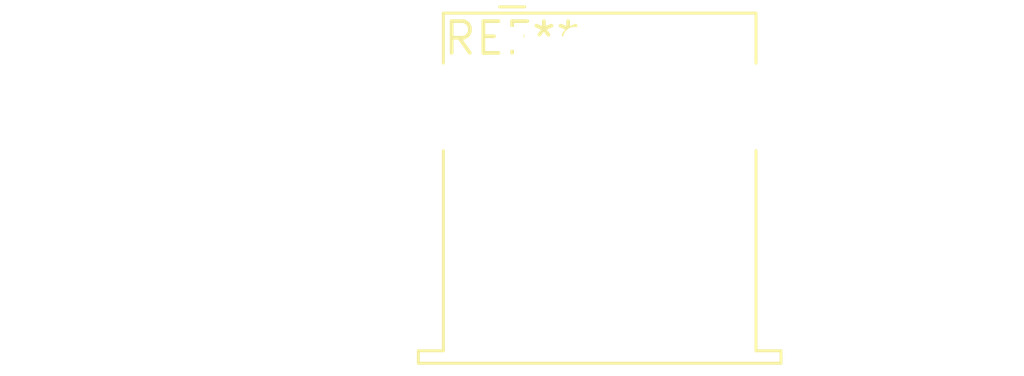
<source format=kicad_pcb>
(kicad_pcb (version 20240108) (generator pcbnew)
  (layers (0 "F.Cu" signal) (31 "B.Cu" signal) (34 "B.Paste" user) (35 "F.Paste" user) (36 "B.SilkS" user "B.Silkscreen") (37 "F.SilkS" user "F.Silkscreen") (38 "B.Mask" user) (39 "F.Mask" user) (44 "Edge.Cuts" user))
  (net 0 "")
  (footprint "USB_A_Stewart_SS-52100-001_Horizontal" (layer "F.Cu") (at 0 0)
    (property "Reference" "REF**")
    (property "Value" "USB_A_Stewart_SS-52100-001_Horizontal")
    (fp_line (start -3.75 12.49) (end -3.75 12.99) (layer "F.SilkS") (stroke (width 0.12)))
    (fp_line (start -3.75 12.99) (end 10.75 12.99) (layer "F.SilkS") (stroke (width 0.12)))
    (fp_line (start -2.75 -1.01) (end -2.75 0.99) (layer "F.SilkS") (stroke (width 0.12)))
    (fp_line (start -2.75 4.49) (end -2.75 12.49) (layer "F.SilkS") (stroke (width 0.12)))
    (fp_line (start -2.75 12.49) (end -3.75 12.49) (layer "F.SilkS") (stroke (width 0.12)))
    (fp_line (start -0.5 -1.26) (end 0.5 -1.26) (layer "F.SilkS") (stroke (width 0.12)))
    (fp_line (start 9.75 -1.01) (end -2.75 -1.01) (layer "F.SilkS") (stroke (width 0.12)))
    (fp_line (start 9.75 0.99) (end 9.75 -1.01) (layer "F.SilkS") (stroke (width 0.12)))
    (fp_line (start 9.75 12.49) (end 9.75 4.49) (layer "F.SilkS") (stroke (width 0.12)))
    (fp_line (start 10.75 12.49) (end 9.75 12.49) (layer "F.SilkS") (stroke (width 0.12)))
    (fp_line (start 10.75 12.99) (end 10.75 12.49) (layer "F.SilkS") (stroke (width 0.12)))
    (pad "1" thru_hole rect (at 0 0) (size 1.6 1.6) (drill 0.92) (layers *.Cu *.Mask) (remove_unused_layers))
    (pad "2" thru_hole circle (at 2.5 0) (size 1.6 1.6) (drill 0.92) (layers *.Cu *.Mask) (remove_unused_layers))
    (pad "3" thru_hole circle (at 4.5 0) (size 1.6 1.6) (drill 0.92) (layers *.Cu *.Mask) (remove_unused_layers))
    (pad "4" thru_hole circle (at 7 0) (size 1.6 1.6) (drill 0.92) (layers *.Cu *.Mask) (remove_unused_layers))
    (pad "5" thru_hole circle (at -3.07 2.71) (size 3 3) (drill 2.3) (layers *.Cu *.Mask) (remove_unused_layers))
    (pad "5" thru_hole circle (at 10.07 2.71) (size 3 3) (drill 2.3) (layers *.Cu *.Mask) (remove_unused_layers))
  )
)
</source>
